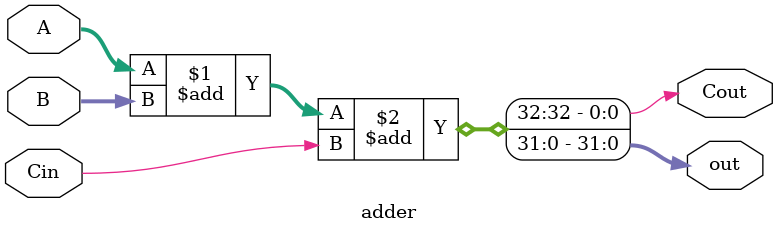
<source format=v>
module adder(A, B, Cin, out, Cout);
    input [31:0]A, B;
    input Cin;
    output [31:0]out;
    output Cout;
    assign {Cout, out} = A+B+Cin;
endmodule
</source>
